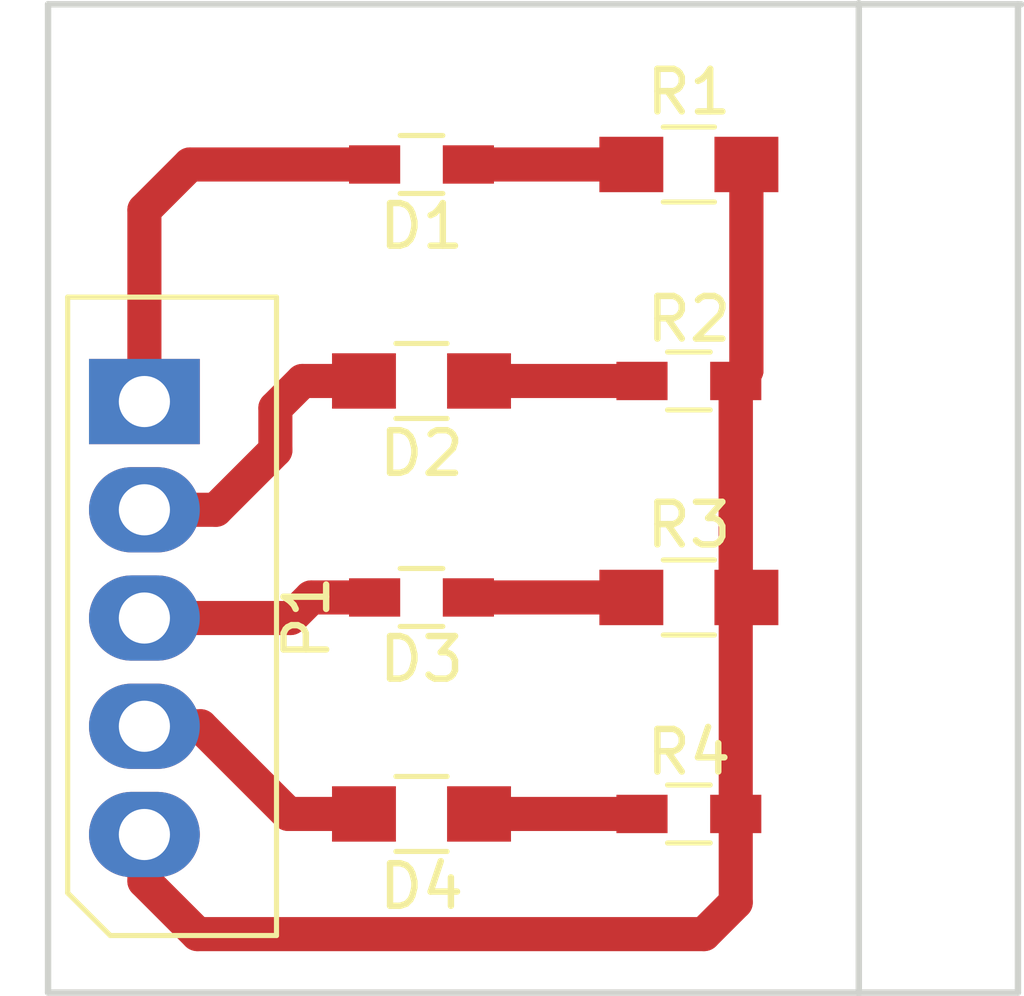
<source format=kicad_pcb>
(kicad_pcb (version 4) (host pcbnew 4.0.5+dfsg1-4)

  (general
    (links 12)
    (no_connects 1)
    (area 143.586 100.280399 168.350001 123.671401)
    (thickness 1.6)
    (drawings 5)
    (tracks 30)
    (zones 0)
    (modules 9)
    (nets 10)
  )

  (page A4)
  (layers
    (0 F.Cu signal)
    (31 B.Cu signal)
    (32 B.Adhes user)
    (33 F.Adhes user)
    (34 B.Paste user)
    (35 F.Paste user)
    (36 B.SilkS user)
    (37 F.SilkS user)
    (38 B.Mask user)
    (39 F.Mask user)
    (40 Dwgs.User user)
    (41 Cmts.User user)
    (42 Eco1.User user)
    (43 Eco2.User user)
    (44 Edge.Cuts user)
    (45 Margin user)
    (46 B.CrtYd user)
    (47 F.CrtYd user)
    (48 B.Fab user)
    (49 F.Fab user)
  )

  (setup
    (last_trace_width 0.8)
    (trace_clearance 0.8)
    (zone_clearance 0.508)
    (zone_45_only no)
    (trace_min 0.2)
    (segment_width 0.2)
    (edge_width 0.15)
    (via_size 0.6)
    (via_drill 0.4)
    (via_min_size 0.4)
    (via_min_drill 0.3)
    (uvia_size 0.3)
    (uvia_drill 0.1)
    (uvias_allowed no)
    (uvia_min_size 0.2)
    (uvia_min_drill 0.1)
    (pcb_text_width 0.3)
    (pcb_text_size 1.5 1.5)
    (mod_edge_width 0.15)
    (mod_text_size 1 1)
    (mod_text_width 0.15)
    (pad_size 1.524 1.524)
    (pad_drill 0.762)
    (pad_to_mask_clearance 0.2)
    (aux_axis_origin 0 0)
    (visible_elements FFFFEF7F)
    (pcbplotparams
      (layerselection 0x00030_80000001)
      (usegerberextensions false)
      (excludeedgelayer true)
      (linewidth 0.100000)
      (plotframeref false)
      (viasonmask false)
      (mode 1)
      (useauxorigin false)
      (hpglpennumber 1)
      (hpglpenspeed 20)
      (hpglpendiameter 15)
      (hpglpenoverlay 2)
      (psnegative false)
      (psa4output false)
      (plotreference true)
      (plotvalue true)
      (plotinvisibletext false)
      (padsonsilk false)
      (subtractmaskfromsilk false)
      (outputformat 1)
      (mirror false)
      (drillshape 1)
      (scaleselection 1)
      (outputdirectory ""))
  )

  (net 0 "")
  (net 1 "Net-(D1-Pad1)")
  (net 2 "Net-(D1-Pad2)")
  (net 3 "Net-(D2-Pad2)")
  (net 4 "Net-(D3-Pad2)")
  (net 5 "Net-(D4-Pad2)")
  (net 6 "Net-(D2-Pad1)")
  (net 7 "Net-(D3-Pad1)")
  (net 8 "Net-(D4-Pad1)")
  (net 9 "Net-(P1-Pad5)")

  (net_class Default "Dit is de standaard class."
    (clearance 0.8)
    (trace_width 0.8)
    (via_dia 0.6)
    (via_drill 0.4)
    (uvia_dia 0.3)
    (uvia_drill 0.1)
    (add_net "Net-(D1-Pad1)")
    (add_net "Net-(D1-Pad2)")
    (add_net "Net-(D2-Pad1)")
    (add_net "Net-(D2-Pad2)")
    (add_net "Net-(D3-Pad1)")
    (add_net "Net-(D3-Pad2)")
    (add_net "Net-(D4-Pad1)")
    (add_net "Net-(D4-Pad2)")
    (add_net "Net-(P1-Pad5)")
  )

  (module Resistors_SMD:R_0603_HandSoldering (layer F.Cu) (tedit 58AAD9E8) (tstamp 594CDBA8)
    (at 154.2034 104.14 180)
    (descr "Resistor SMD 0603, hand soldering")
    (tags "resistor 0603")
    (path /594CD785)
    (attr smd)
    (fp_text reference D1 (at 0 -1.45 180) (layer F.SilkS)
      (effects (font (size 1 1) (thickness 0.15)))
    )
    (fp_text value LED_R (at 0 1.55 180) (layer F.Fab)
      (effects (font (size 1 1) (thickness 0.15)))
    )
    (fp_text user %R (at 0 -1.45 180) (layer F.Fab)
      (effects (font (size 1 1) (thickness 0.15)))
    )
    (fp_line (start -0.8 0.4) (end -0.8 -0.4) (layer F.Fab) (width 0.1))
    (fp_line (start 0.8 0.4) (end -0.8 0.4) (layer F.Fab) (width 0.1))
    (fp_line (start 0.8 -0.4) (end 0.8 0.4) (layer F.Fab) (width 0.1))
    (fp_line (start -0.8 -0.4) (end 0.8 -0.4) (layer F.Fab) (width 0.1))
    (fp_line (start 0.5 0.68) (end -0.5 0.68) (layer F.SilkS) (width 0.12))
    (fp_line (start -0.5 -0.68) (end 0.5 -0.68) (layer F.SilkS) (width 0.12))
    (fp_line (start -1.96 -0.7) (end 1.95 -0.7) (layer F.CrtYd) (width 0.05))
    (fp_line (start -1.96 -0.7) (end -1.96 0.7) (layer F.CrtYd) (width 0.05))
    (fp_line (start 1.95 0.7) (end 1.95 -0.7) (layer F.CrtYd) (width 0.05))
    (fp_line (start 1.95 0.7) (end -1.96 0.7) (layer F.CrtYd) (width 0.05))
    (pad 1 smd rect (at -1.1 0 180) (size 1.2 0.9) (layers F.Cu F.Paste F.Mask)
      (net 1 "Net-(D1-Pad1)"))
    (pad 2 smd rect (at 1.1 0 180) (size 1.2 0.9) (layers F.Cu F.Paste F.Mask)
      (net 2 "Net-(D1-Pad2)"))
    (model Resistors_SMD.3dshapes/R_0603.wrl
      (at (xyz 0 0 0))
      (scale (xyz 1 1 1))
      (rotate (xyz 0 0 0))
    )
  )

  (module Resistors_SMD:R_0805_HandSoldering (layer F.Cu) (tedit 58AADA1D) (tstamp 594CDBAE)
    (at 154.2034 109.22 180)
    (descr "Resistor SMD 0805, hand soldering")
    (tags "resistor 0805")
    (path /594CD83D)
    (attr smd)
    (fp_text reference D2 (at 0 -1.7 180) (layer F.SilkS)
      (effects (font (size 1 1) (thickness 0.15)))
    )
    (fp_text value LED_G (at 0 1.75 180) (layer F.Fab)
      (effects (font (size 1 1) (thickness 0.15)))
    )
    (fp_text user %R (at 0 -1.7 180) (layer F.Fab)
      (effects (font (size 1 1) (thickness 0.15)))
    )
    (fp_line (start -1 0.62) (end -1 -0.62) (layer F.Fab) (width 0.1))
    (fp_line (start 1 0.62) (end -1 0.62) (layer F.Fab) (width 0.1))
    (fp_line (start 1 -0.62) (end 1 0.62) (layer F.Fab) (width 0.1))
    (fp_line (start -1 -0.62) (end 1 -0.62) (layer F.Fab) (width 0.1))
    (fp_line (start 0.6 0.88) (end -0.6 0.88) (layer F.SilkS) (width 0.12))
    (fp_line (start -0.6 -0.88) (end 0.6 -0.88) (layer F.SilkS) (width 0.12))
    (fp_line (start -2.35 -0.9) (end 2.35 -0.9) (layer F.CrtYd) (width 0.05))
    (fp_line (start -2.35 -0.9) (end -2.35 0.9) (layer F.CrtYd) (width 0.05))
    (fp_line (start 2.35 0.9) (end 2.35 -0.9) (layer F.CrtYd) (width 0.05))
    (fp_line (start 2.35 0.9) (end -2.35 0.9) (layer F.CrtYd) (width 0.05))
    (pad 1 smd rect (at -1.35 0 180) (size 1.5 1.3) (layers F.Cu F.Paste F.Mask)
      (net 6 "Net-(D2-Pad1)"))
    (pad 2 smd rect (at 1.35 0 180) (size 1.5 1.3) (layers F.Cu F.Paste F.Mask)
      (net 3 "Net-(D2-Pad2)"))
    (model Resistors_SMD.3dshapes/R_0805.wrl
      (at (xyz 0 0 0))
      (scale (xyz 1 1 1))
      (rotate (xyz 0 0 0))
    )
  )

  (module Resistors_SMD:R_0603_HandSoldering (layer F.Cu) (tedit 58AAD9E8) (tstamp 594CDBB4)
    (at 154.2034 114.3 180)
    (descr "Resistor SMD 0603, hand soldering")
    (tags "resistor 0603")
    (path /594CD7E9)
    (attr smd)
    (fp_text reference D3 (at 0 -1.45 180) (layer F.SilkS)
      (effects (font (size 1 1) (thickness 0.15)))
    )
    (fp_text value LED_R (at 0 1.55 180) (layer F.Fab)
      (effects (font (size 1 1) (thickness 0.15)))
    )
    (fp_text user %R (at 0 -1.45 180) (layer F.Fab)
      (effects (font (size 1 1) (thickness 0.15)))
    )
    (fp_line (start -0.8 0.4) (end -0.8 -0.4) (layer F.Fab) (width 0.1))
    (fp_line (start 0.8 0.4) (end -0.8 0.4) (layer F.Fab) (width 0.1))
    (fp_line (start 0.8 -0.4) (end 0.8 0.4) (layer F.Fab) (width 0.1))
    (fp_line (start -0.8 -0.4) (end 0.8 -0.4) (layer F.Fab) (width 0.1))
    (fp_line (start 0.5 0.68) (end -0.5 0.68) (layer F.SilkS) (width 0.12))
    (fp_line (start -0.5 -0.68) (end 0.5 -0.68) (layer F.SilkS) (width 0.12))
    (fp_line (start -1.96 -0.7) (end 1.95 -0.7) (layer F.CrtYd) (width 0.05))
    (fp_line (start -1.96 -0.7) (end -1.96 0.7) (layer F.CrtYd) (width 0.05))
    (fp_line (start 1.95 0.7) (end 1.95 -0.7) (layer F.CrtYd) (width 0.05))
    (fp_line (start 1.95 0.7) (end -1.96 0.7) (layer F.CrtYd) (width 0.05))
    (pad 1 smd rect (at -1.1 0 180) (size 1.2 0.9) (layers F.Cu F.Paste F.Mask)
      (net 7 "Net-(D3-Pad1)"))
    (pad 2 smd rect (at 1.1 0 180) (size 1.2 0.9) (layers F.Cu F.Paste F.Mask)
      (net 4 "Net-(D3-Pad2)"))
    (model Resistors_SMD.3dshapes/R_0603.wrl
      (at (xyz 0 0 0))
      (scale (xyz 1 1 1))
      (rotate (xyz 0 0 0))
    )
  )

  (module Resistors_SMD:R_0805_HandSoldering (layer F.Cu) (tedit 58AADA1D) (tstamp 594CDBBA)
    (at 154.2034 119.38 180)
    (descr "Resistor SMD 0805, hand soldering")
    (tags "resistor 0805")
    (path /594CD872)
    (attr smd)
    (fp_text reference D4 (at 0 -1.7 180) (layer F.SilkS)
      (effects (font (size 1 1) (thickness 0.15)))
    )
    (fp_text value LED_G (at 0 1.75 180) (layer F.Fab)
      (effects (font (size 1 1) (thickness 0.15)))
    )
    (fp_text user %R (at 0 -1.7 180) (layer F.Fab)
      (effects (font (size 1 1) (thickness 0.15)))
    )
    (fp_line (start -1 0.62) (end -1 -0.62) (layer F.Fab) (width 0.1))
    (fp_line (start 1 0.62) (end -1 0.62) (layer F.Fab) (width 0.1))
    (fp_line (start 1 -0.62) (end 1 0.62) (layer F.Fab) (width 0.1))
    (fp_line (start -1 -0.62) (end 1 -0.62) (layer F.Fab) (width 0.1))
    (fp_line (start 0.6 0.88) (end -0.6 0.88) (layer F.SilkS) (width 0.12))
    (fp_line (start -0.6 -0.88) (end 0.6 -0.88) (layer F.SilkS) (width 0.12))
    (fp_line (start -2.35 -0.9) (end 2.35 -0.9) (layer F.CrtYd) (width 0.05))
    (fp_line (start -2.35 -0.9) (end -2.35 0.9) (layer F.CrtYd) (width 0.05))
    (fp_line (start 2.35 0.9) (end 2.35 -0.9) (layer F.CrtYd) (width 0.05))
    (fp_line (start 2.35 0.9) (end -2.35 0.9) (layer F.CrtYd) (width 0.05))
    (pad 1 smd rect (at -1.35 0 180) (size 1.5 1.3) (layers F.Cu F.Paste F.Mask)
      (net 8 "Net-(D4-Pad1)"))
    (pad 2 smd rect (at 1.35 0 180) (size 1.5 1.3) (layers F.Cu F.Paste F.Mask)
      (net 5 "Net-(D4-Pad2)"))
    (model Resistors_SMD.3dshapes/R_0805.wrl
      (at (xyz 0 0 0))
      (scale (xyz 1 1 1))
      (rotate (xyz 0 0 0))
    )
  )

  (module Connectors_Molex:Molex_SPOX-5267_22-03-5055_05x2.54mm_Straight (layer F.Cu) (tedit 588F200E) (tstamp 594CDBC3)
    (at 147.701 109.7026 270)
    (descr "Connector Headers with Friction Lock, 22-03-5055, http://www.molex.com/pdm_docs/ps/PS-5264-001-001.pdf")
    (tags "connector molex SPOX 5267 22-03-5055")
    (path /594CDBFE)
    (fp_text reference P1 (at 5.08 -3.81 270) (layer F.SilkS)
      (effects (font (size 1 1) (thickness 0.15)))
    )
    (fp_text value CONN_01X05 (at 5.08 2.54 270) (layer F.Fab)
      (effects (font (size 1 1) (thickness 0.15)))
    )
    (fp_line (start 11.53 1.8) (end 12.53 0.8) (layer F.SilkS) (width 0.12))
    (fp_line (start -2.45 -3.1) (end -2.45 1.8) (layer F.SilkS) (width 0.12))
    (fp_line (start -2.45 1.8) (end 11.53 1.8) (layer F.SilkS) (width 0.12))
    (fp_line (start 12.53 0.8) (end 12.53 -3.1) (layer F.SilkS) (width 0.12))
    (fp_line (start 12.53 -3.1) (end -2.45 -3.1) (layer F.SilkS) (width 0.12))
    (fp_line (start -2.5 1.85) (end -2.5 -3.15) (layer F.CrtYd) (width 0.05))
    (fp_line (start -2.5 -3.15) (end 12.58 -3.15) (layer F.CrtYd) (width 0.05))
    (fp_line (start 12.58 -3.15) (end 12.58 1.85) (layer F.CrtYd) (width 0.05))
    (fp_line (start 12.58 1.85) (end -2.5 1.85) (layer F.CrtYd) (width 0.05))
    (fp_line (start 12.43 -3) (end -2.35 -3) (layer F.Fab) (width 0.1))
    (fp_line (start 12.43 0.7) (end 12.43 -3) (layer F.Fab) (width 0.1))
    (fp_line (start 11.43 1.7) (end 12.43 0.7) (layer F.Fab) (width 0.1))
    (fp_line (start -2.35 1.7) (end 11.43 1.7) (layer F.Fab) (width 0.1))
    (fp_line (start -2.35 -3) (end -2.35 1.7) (layer F.Fab) (width 0.1))
    (pad 1 thru_hole rect (at 0 0 270) (size 2 2.6) (drill 1.2) (layers *.Cu *.Mask)
      (net 2 "Net-(D1-Pad2)"))
    (pad 2 thru_hole oval (at 2.54 0 270) (size 2 2.6) (drill 1.2) (layers *.Cu *.Mask)
      (net 3 "Net-(D2-Pad2)"))
    (pad 3 thru_hole oval (at 5.08 0 270) (size 2 2.6) (drill 1.2) (layers *.Cu *.Mask)
      (net 4 "Net-(D3-Pad2)"))
    (pad 4 thru_hole oval (at 7.62 0 270) (size 2 2.6) (drill 1.2) (layers *.Cu *.Mask)
      (net 5 "Net-(D4-Pad2)"))
    (pad 5 thru_hole oval (at 10.16 0 270) (size 2 2.6) (drill 1.2) (layers *.Cu *.Mask)
      (net 9 "Net-(P1-Pad5)"))
    (model Connectors_Molex.3dshapes/Molex_SPOX-5267_22-03-5055_05x2.54mm_Straight.wrl
      (at (xyz 0.2 0.023622 0.114173))
      (scale (xyz 1 1 1))
      (rotate (xyz -90 0 180))
    )
  )

  (module Resistors_SMD:R_0805_HandSoldering (layer F.Cu) (tedit 58AADA1D) (tstamp 594CDBC9)
    (at 160.4772 104.14)
    (descr "Resistor SMD 0805, hand soldering")
    (tags "resistor 0805")
    (path /594CD92C)
    (attr smd)
    (fp_text reference R1 (at 0 -1.7) (layer F.SilkS)
      (effects (font (size 1 1) (thickness 0.15)))
    )
    (fp_text value 100R (at 0 1.75) (layer F.Fab)
      (effects (font (size 1 1) (thickness 0.15)))
    )
    (fp_text user %R (at 0 -1.7) (layer F.Fab)
      (effects (font (size 1 1) (thickness 0.15)))
    )
    (fp_line (start -1 0.62) (end -1 -0.62) (layer F.Fab) (width 0.1))
    (fp_line (start 1 0.62) (end -1 0.62) (layer F.Fab) (width 0.1))
    (fp_line (start 1 -0.62) (end 1 0.62) (layer F.Fab) (width 0.1))
    (fp_line (start -1 -0.62) (end 1 -0.62) (layer F.Fab) (width 0.1))
    (fp_line (start 0.6 0.88) (end -0.6 0.88) (layer F.SilkS) (width 0.12))
    (fp_line (start -0.6 -0.88) (end 0.6 -0.88) (layer F.SilkS) (width 0.12))
    (fp_line (start -2.35 -0.9) (end 2.35 -0.9) (layer F.CrtYd) (width 0.05))
    (fp_line (start -2.35 -0.9) (end -2.35 0.9) (layer F.CrtYd) (width 0.05))
    (fp_line (start 2.35 0.9) (end 2.35 -0.9) (layer F.CrtYd) (width 0.05))
    (fp_line (start 2.35 0.9) (end -2.35 0.9) (layer F.CrtYd) (width 0.05))
    (pad 1 smd rect (at -1.35 0) (size 1.5 1.3) (layers F.Cu F.Paste F.Mask)
      (net 1 "Net-(D1-Pad1)"))
    (pad 2 smd rect (at 1.35 0) (size 1.5 1.3) (layers F.Cu F.Paste F.Mask)
      (net 9 "Net-(P1-Pad5)"))
    (model Resistors_SMD.3dshapes/R_0805.wrl
      (at (xyz 0 0 0))
      (scale (xyz 1 1 1))
      (rotate (xyz 0 0 0))
    )
  )

  (module Resistors_SMD:R_0603_HandSoldering (layer F.Cu) (tedit 58AAD9E8) (tstamp 594CDBCF)
    (at 160.4772 109.22)
    (descr "Resistor SMD 0603, hand soldering")
    (tags "resistor 0603")
    (path /594CDAAC)
    (attr smd)
    (fp_text reference R2 (at 0 -1.45) (layer F.SilkS)
      (effects (font (size 1 1) (thickness 0.15)))
    )
    (fp_text value 60R (at 0 1.55) (layer F.Fab)
      (effects (font (size 1 1) (thickness 0.15)))
    )
    (fp_text user %R (at 0 -1.45) (layer F.Fab)
      (effects (font (size 1 1) (thickness 0.15)))
    )
    (fp_line (start -0.8 0.4) (end -0.8 -0.4) (layer F.Fab) (width 0.1))
    (fp_line (start 0.8 0.4) (end -0.8 0.4) (layer F.Fab) (width 0.1))
    (fp_line (start 0.8 -0.4) (end 0.8 0.4) (layer F.Fab) (width 0.1))
    (fp_line (start -0.8 -0.4) (end 0.8 -0.4) (layer F.Fab) (width 0.1))
    (fp_line (start 0.5 0.68) (end -0.5 0.68) (layer F.SilkS) (width 0.12))
    (fp_line (start -0.5 -0.68) (end 0.5 -0.68) (layer F.SilkS) (width 0.12))
    (fp_line (start -1.96 -0.7) (end 1.95 -0.7) (layer F.CrtYd) (width 0.05))
    (fp_line (start -1.96 -0.7) (end -1.96 0.7) (layer F.CrtYd) (width 0.05))
    (fp_line (start 1.95 0.7) (end 1.95 -0.7) (layer F.CrtYd) (width 0.05))
    (fp_line (start 1.95 0.7) (end -1.96 0.7) (layer F.CrtYd) (width 0.05))
    (pad 1 smd rect (at -1.1 0) (size 1.2 0.9) (layers F.Cu F.Paste F.Mask)
      (net 6 "Net-(D2-Pad1)"))
    (pad 2 smd rect (at 1.1 0) (size 1.2 0.9) (layers F.Cu F.Paste F.Mask)
      (net 9 "Net-(P1-Pad5)"))
    (model Resistors_SMD.3dshapes/R_0603.wrl
      (at (xyz 0 0 0))
      (scale (xyz 1 1 1))
      (rotate (xyz 0 0 0))
    )
  )

  (module Resistors_SMD:R_0805_HandSoldering (layer F.Cu) (tedit 58AADA1D) (tstamp 594CDBD5)
    (at 160.4772 114.3)
    (descr "Resistor SMD 0805, hand soldering")
    (tags "resistor 0805")
    (path /594CDA68)
    (attr smd)
    (fp_text reference R3 (at 0 -1.7) (layer F.SilkS)
      (effects (font (size 1 1) (thickness 0.15)))
    )
    (fp_text value 100R (at 0 1.75) (layer F.Fab)
      (effects (font (size 1 1) (thickness 0.15)))
    )
    (fp_text user %R (at 0 -1.7) (layer F.Fab)
      (effects (font (size 1 1) (thickness 0.15)))
    )
    (fp_line (start -1 0.62) (end -1 -0.62) (layer F.Fab) (width 0.1))
    (fp_line (start 1 0.62) (end -1 0.62) (layer F.Fab) (width 0.1))
    (fp_line (start 1 -0.62) (end 1 0.62) (layer F.Fab) (width 0.1))
    (fp_line (start -1 -0.62) (end 1 -0.62) (layer F.Fab) (width 0.1))
    (fp_line (start 0.6 0.88) (end -0.6 0.88) (layer F.SilkS) (width 0.12))
    (fp_line (start -0.6 -0.88) (end 0.6 -0.88) (layer F.SilkS) (width 0.12))
    (fp_line (start -2.35 -0.9) (end 2.35 -0.9) (layer F.CrtYd) (width 0.05))
    (fp_line (start -2.35 -0.9) (end -2.35 0.9) (layer F.CrtYd) (width 0.05))
    (fp_line (start 2.35 0.9) (end 2.35 -0.9) (layer F.CrtYd) (width 0.05))
    (fp_line (start 2.35 0.9) (end -2.35 0.9) (layer F.CrtYd) (width 0.05))
    (pad 1 smd rect (at -1.35 0) (size 1.5 1.3) (layers F.Cu F.Paste F.Mask)
      (net 7 "Net-(D3-Pad1)"))
    (pad 2 smd rect (at 1.35 0) (size 1.5 1.3) (layers F.Cu F.Paste F.Mask)
      (net 9 "Net-(P1-Pad5)"))
    (model Resistors_SMD.3dshapes/R_0805.wrl
      (at (xyz 0 0 0))
      (scale (xyz 1 1 1))
      (rotate (xyz 0 0 0))
    )
  )

  (module Resistors_SMD:R_0603_HandSoldering (layer F.Cu) (tedit 58AAD9E8) (tstamp 594CDBDB)
    (at 160.4772 119.38)
    (descr "Resistor SMD 0603, hand soldering")
    (tags "resistor 0603")
    (path /594CDAFB)
    (attr smd)
    (fp_text reference R4 (at 0 -1.45) (layer F.SilkS)
      (effects (font (size 1 1) (thickness 0.15)))
    )
    (fp_text value 60R (at 0 1.55) (layer F.Fab)
      (effects (font (size 1 1) (thickness 0.15)))
    )
    (fp_text user %R (at 0 -1.45) (layer F.Fab)
      (effects (font (size 1 1) (thickness 0.15)))
    )
    (fp_line (start -0.8 0.4) (end -0.8 -0.4) (layer F.Fab) (width 0.1))
    (fp_line (start 0.8 0.4) (end -0.8 0.4) (layer F.Fab) (width 0.1))
    (fp_line (start 0.8 -0.4) (end 0.8 0.4) (layer F.Fab) (width 0.1))
    (fp_line (start -0.8 -0.4) (end 0.8 -0.4) (layer F.Fab) (width 0.1))
    (fp_line (start 0.5 0.68) (end -0.5 0.68) (layer F.SilkS) (width 0.12))
    (fp_line (start -0.5 -0.68) (end 0.5 -0.68) (layer F.SilkS) (width 0.12))
    (fp_line (start -1.96 -0.7) (end 1.95 -0.7) (layer F.CrtYd) (width 0.05))
    (fp_line (start -1.96 -0.7) (end -1.96 0.7) (layer F.CrtYd) (width 0.05))
    (fp_line (start 1.95 0.7) (end 1.95 -0.7) (layer F.CrtYd) (width 0.05))
    (fp_line (start 1.95 0.7) (end -1.96 0.7) (layer F.CrtYd) (width 0.05))
    (pad 1 smd rect (at -1.1 0) (size 1.2 0.9) (layers F.Cu F.Paste F.Mask)
      (net 8 "Net-(D4-Pad1)"))
    (pad 2 smd rect (at 1.1 0) (size 1.2 0.9) (layers F.Cu F.Paste F.Mask)
      (net 9 "Net-(P1-Pad5)"))
    (model Resistors_SMD.3dshapes/R_0603.wrl
      (at (xyz 0 0 0))
      (scale (xyz 1 1 1))
      (rotate (xyz 0 0 0))
    )
  )

  (gr_line (start 164.465 100.3554) (end 164.465 123.5964) (angle 90) (layer Edge.Cuts) (width 0.15))
  (gr_line (start 145.4404 100.3808) (end 168.275 100.3808) (angle 90) (layer Edge.Cuts) (width 0.15))
  (gr_line (start 145.4404 123.571) (end 145.4404 100.3808) (angle 90) (layer Edge.Cuts) (width 0.15))
  (gr_line (start 168.1988 123.571) (end 145.4404 123.571) (angle 90) (layer Edge.Cuts) (width 0.15))
  (gr_line (start 168.1988 100.3808) (end 168.1988 123.571) (angle 90) (layer Edge.Cuts) (width 0.15))

  (segment (start 155.3034 104.14) (end 159.1272 104.14) (width 0.8) (layer F.Cu) (net 1) (status C00000))
  (segment (start 147.701 109.7026) (end 147.701 105.2068) (width 0.8) (layer F.Cu) (net 2) (status 400000))
  (segment (start 148.7678 104.14) (end 153.1034 104.14) (width 0.8) (layer F.Cu) (net 2) (tstamp 594CEE84) (status 800000))
  (segment (start 147.701 105.2068) (end 148.7678 104.14) (width 0.8) (layer F.Cu) (net 2) (tstamp 594CEE80))
  (segment (start 147.701 112.2426) (end 149.3774 112.2426) (width 0.8) (layer F.Cu) (net 3) (status 400000))
  (segment (start 151.4094 109.22) (end 152.8534 109.22) (width 0.8) (layer F.Cu) (net 3) (tstamp 594CEEC2) (status 800000))
  (segment (start 150.7744 109.855) (end 151.4094 109.22) (width 0.8) (layer F.Cu) (net 3) (tstamp 594CEEBD))
  (segment (start 150.7744 110.8456) (end 150.7744 109.855) (width 0.8) (layer F.Cu) (net 3) (tstamp 594CEEBA))
  (segment (start 149.3774 112.2426) (end 150.7744 110.8456) (width 0.8) (layer F.Cu) (net 3) (tstamp 594CEEB6))
  (segment (start 152.9334 109.14) (end 152.8534 109.22) (width 0.8) (layer F.Cu) (net 3) (tstamp 594CE356))
  (segment (start 147.701 114.7826) (end 151.13 114.7826) (width 0.8) (layer F.Cu) (net 4) (status 400000))
  (segment (start 151.6126 114.3) (end 153.1034 114.3) (width 0.8) (layer F.Cu) (net 4) (tstamp 594CEEAA) (status 800000))
  (segment (start 151.13 114.7826) (end 151.6126 114.3) (width 0.8) (layer F.Cu) (net 4) (tstamp 594CEEA6))
  (segment (start 147.701 117.3226) (end 149.0218 117.3226) (width 0.8) (layer F.Cu) (net 5) (status 400000))
  (segment (start 151.0792 119.38) (end 152.8534 119.38) (width 0.8) (layer F.Cu) (net 5) (tstamp 594CEEB2) (status 800000))
  (segment (start 149.0218 117.3226) (end 151.0792 119.38) (width 0.8) (layer F.Cu) (net 5) (tstamp 594CEEAF))
  (segment (start 155.5534 109.22) (end 159.3772 109.22) (width 0.8) (layer F.Cu) (net 6) (status C00000))
  (segment (start 155.3034 114.3) (end 159.1272 114.3) (width 0.8) (layer F.Cu) (net 7) (status C00000))
  (segment (start 155.5534 119.38) (end 159.3772 119.38) (width 0.8) (layer F.Cu) (net 8) (status C00000))
  (segment (start 147.701 119.8626) (end 147.701 120.9548) (width 0.8) (layer F.Cu) (net 9) (status 400000))
  (segment (start 161.5772 121.455) (end 161.5772 114.55) (width 0.8) (layer F.Cu) (net 9) (tstamp 594CEE97) (status 800000))
  (segment (start 160.8328 122.1994) (end 161.5772 121.455) (width 0.8) (layer F.Cu) (net 9) (tstamp 594CEE93))
  (segment (start 148.9456 122.1994) (end 160.8328 122.1994) (width 0.8) (layer F.Cu) (net 9) (tstamp 594CEE8E))
  (segment (start 147.701 120.9548) (end 148.9456 122.1994) (width 0.8) (layer F.Cu) (net 9) (tstamp 594CEE8A))
  (segment (start 161.5772 114.55) (end 161.5772 109.22) (width 0.8) (layer F.Cu) (net 9) (tstamp 594CEE99) (status C00000))
  (segment (start 161.5772 109.22) (end 161.8272 108.97) (width 0.8) (layer F.Cu) (net 9) (tstamp 594CEE9B) (status C00000))
  (segment (start 161.8272 108.97) (end 161.8272 104.14) (width 0.8) (layer F.Cu) (net 9) (tstamp 594CEE9C) (status C00000))
  (segment (start 161.5772 114.55) (end 161.5772 109.22) (width 0.8) (layer F.Cu) (net 9) (tstamp 594CE33C))
  (segment (start 161.5772 109.22) (end 161.8272 108.97) (width 0.8) (layer F.Cu) (net 9) (tstamp 594CE33D))
  (segment (start 161.8272 108.97) (end 161.8272 104.14) (width 0.8) (layer F.Cu) (net 9) (tstamp 594CE33E))

)

</source>
